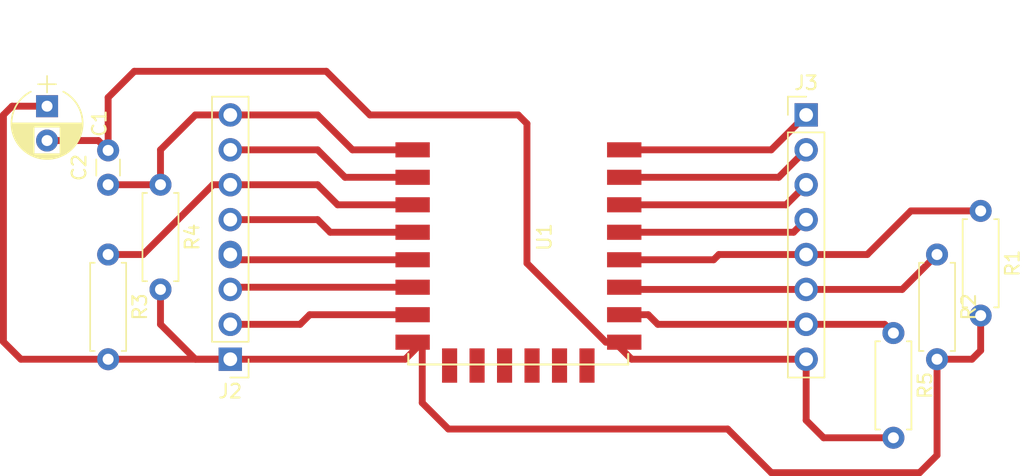
<source format=kicad_pcb>
(kicad_pcb (version 20170123) (host pcbnew no-vcs-found-91ed3e2~59~ubuntu16.04.1)

  (general
    (thickness 1.6)
    (drawings 0)
    (tracks 86)
    (zones 0)
    (modules 10)
    (nets 23)
  )

  (page A4)
  (layers
    (0 F.Cu signal)
    (31 B.Cu signal)
    (32 B.Adhes user)
    (33 F.Adhes user)
    (34 B.Paste user)
    (35 F.Paste user)
    (36 B.SilkS user)
    (37 F.SilkS user)
    (38 B.Mask user)
    (39 F.Mask user)
    (40 Dwgs.User user)
    (41 Cmts.User user)
    (42 Eco1.User user)
    (43 Eco2.User user)
    (44 Edge.Cuts user)
    (45 Margin user)
    (46 B.CrtYd user)
    (47 F.CrtYd user)
    (48 B.Fab user)
    (49 F.Fab user)
  )

  (setup
    (last_trace_width 0.5)
    (trace_clearance 0)
    (zone_clearance 0.508)
    (zone_45_only no)
    (trace_min 0.2)
    (segment_width 0.2)
    (edge_width 0.15)
    (via_size 0.8)
    (via_drill 0.4)
    (via_min_size 0.4)
    (via_min_drill 0.3)
    (uvia_size 0.3)
    (uvia_drill 0.1)
    (uvias_allowed no)
    (uvia_min_size 0.2)
    (uvia_min_drill 0.1)
    (pcb_text_width 0.3)
    (pcb_text_size 1.5 1.5)
    (mod_edge_width 0.15)
    (mod_text_size 1 1)
    (mod_text_width 0.15)
    (pad_size 1.7 2)
    (pad_drill 1)
    (pad_to_mask_clearance 0.2)
    (aux_axis_origin 0 0)
    (visible_elements FFFFF77F)
    (pcbplotparams
      (layerselection 0x00030_ffffffff)
      (usegerberextensions false)
      (excludeedgelayer true)
      (linewidth 0.100000)
      (plotframeref false)
      (viasonmask false)
      (mode 1)
      (useauxorigin false)
      (hpglpennumber 1)
      (hpglpenspeed 20)
      (hpglpendiameter 15)
      (psnegative false)
      (psa4output false)
      (plotreference true)
      (plotvalue true)
      (plotinvisibletext false)
      (padsonsilk false)
      (subtractmaskfromsilk false)
      (outputformat 1)
      (mirror false)
      (drillshape 0)
      (scaleselection 1)
      (outputdirectory ""))
  )

  (net 0 "")
  (net 1 GND)
  (net 2 /nRST)
  (net 3 /RXD0)
  (net 4 /TXD0)
  (net 5 /EN)
  (net 6 /ADC)
  (net 7 /GPIO16)
  (net 8 /GPIO14)
  (net 9 /GPIO12)
  (net 10 /GPIO13)
  (net 11 +3V3)
  (net 12 /GPIO5)
  (net 13 /GPIO4)
  (net 14 /GPIO0)
  (net 15 /GPIO2)
  (net 16 /GPIO15)
  (net 17 "Net-(U1-Pad17)")
  (net 18 "Net-(U1-Pad18)")
  (net 19 "Net-(U1-Pad19)")
  (net 20 "Net-(U1-Pad20)")
  (net 21 "Net-(U1-Pad21)")
  (net 22 "Net-(U1-Pad22)")

  (net_class Default "This is the default net class."
    (clearance 0)
    (trace_width 0.5)
    (via_dia 0.8)
    (via_drill 0.4)
    (uvia_dia 0.3)
    (uvia_drill 0.1)
    (add_net +3V3)
    (add_net /ADC)
    (add_net /EN)
    (add_net /GPIO0)
    (add_net /GPIO12)
    (add_net /GPIO13)
    (add_net /GPIO14)
    (add_net /GPIO15)
    (add_net /GPIO16)
    (add_net /GPIO2)
    (add_net /GPIO4)
    (add_net /GPIO5)
    (add_net /RXD0)
    (add_net /TXD0)
    (add_net /nRST)
    (add_net GND)
    (add_net "Net-(U1-Pad17)")
    (add_net "Net-(U1-Pad18)")
    (add_net "Net-(U1-Pad19)")
    (add_net "Net-(U1-Pad20)")
    (add_net "Net-(U1-Pad21)")
    (add_net "Net-(U1-Pad22)")
  )

  (module Capacitors_THT:CP_Radial_D5.0mm_P2.50mm (layer F.Cu) (tedit 599C3575) (tstamp 59AD8CD1)
    (at 74.295 67.945 270)
    (descr "CP, Radial series, Radial, pin pitch=2.50mm, , diameter=5mm, Electrolytic Capacitor")
    (tags "CP Radial series Radial pin pitch 2.50mm  diameter 5mm Electrolytic Capacitor")
    (path /599C2AB7)
    (fp_text reference C1 (at 1.25 -3.81 270) (layer F.SilkS)
      (effects (font (size 1 1) (thickness 0.15)))
    )
    (fp_text value 100mF (at -5.08 0 270) (layer F.Fab)
      (effects (font (size 1 1) (thickness 0.15)))
    )
    (fp_text user %R (at 1.25 0 270) (layer F.Fab)
      (effects (font (size 1 1) (thickness 0.15)))
    )
    (fp_line (start 4.1 -2.85) (end -1.6 -2.85) (layer F.CrtYd) (width 0.05))
    (fp_line (start 4.1 2.85) (end 4.1 -2.85) (layer F.CrtYd) (width 0.05))
    (fp_line (start -1.6 2.85) (end 4.1 2.85) (layer F.CrtYd) (width 0.05))
    (fp_line (start -1.6 -2.85) (end -1.6 2.85) (layer F.CrtYd) (width 0.05))
    (fp_line (start -1.6 -0.65) (end -1.6 0.65) (layer F.SilkS) (width 0.12))
    (fp_line (start -2.2 0) (end -1 0) (layer F.SilkS) (width 0.12))
    (fp_line (start 3.811 -0.354) (end 3.811 0.354) (layer F.SilkS) (width 0.12))
    (fp_line (start 3.771 -0.559) (end 3.771 0.559) (layer F.SilkS) (width 0.12))
    (fp_line (start 3.731 -0.707) (end 3.731 0.707) (layer F.SilkS) (width 0.12))
    (fp_line (start 3.691 -0.829) (end 3.691 0.829) (layer F.SilkS) (width 0.12))
    (fp_line (start 3.651 -0.934) (end 3.651 0.934) (layer F.SilkS) (width 0.12))
    (fp_line (start 3.611 -1.028) (end 3.611 1.028) (layer F.SilkS) (width 0.12))
    (fp_line (start 3.571 -1.112) (end 3.571 1.112) (layer F.SilkS) (width 0.12))
    (fp_line (start 3.531 -1.189) (end 3.531 1.189) (layer F.SilkS) (width 0.12))
    (fp_line (start 3.491 -1.261) (end 3.491 1.261) (layer F.SilkS) (width 0.12))
    (fp_line (start 3.451 0.98) (end 3.451 1.327) (layer F.SilkS) (width 0.12))
    (fp_line (start 3.451 -1.327) (end 3.451 -0.98) (layer F.SilkS) (width 0.12))
    (fp_line (start 3.411 0.98) (end 3.411 1.39) (layer F.SilkS) (width 0.12))
    (fp_line (start 3.411 -1.39) (end 3.411 -0.98) (layer F.SilkS) (width 0.12))
    (fp_line (start 3.371 0.98) (end 3.371 1.448) (layer F.SilkS) (width 0.12))
    (fp_line (start 3.371 -1.448) (end 3.371 -0.98) (layer F.SilkS) (width 0.12))
    (fp_line (start 3.331 0.98) (end 3.331 1.504) (layer F.SilkS) (width 0.12))
    (fp_line (start 3.331 -1.504) (end 3.331 -0.98) (layer F.SilkS) (width 0.12))
    (fp_line (start 3.291 0.98) (end 3.291 1.556) (layer F.SilkS) (width 0.12))
    (fp_line (start 3.291 -1.556) (end 3.291 -0.98) (layer F.SilkS) (width 0.12))
    (fp_line (start 3.251 0.98) (end 3.251 1.606) (layer F.SilkS) (width 0.12))
    (fp_line (start 3.251 -1.606) (end 3.251 -0.98) (layer F.SilkS) (width 0.12))
    (fp_line (start 3.211 0.98) (end 3.211 1.654) (layer F.SilkS) (width 0.12))
    (fp_line (start 3.211 -1.654) (end 3.211 -0.98) (layer F.SilkS) (width 0.12))
    (fp_line (start 3.171 0.98) (end 3.171 1.699) (layer F.SilkS) (width 0.12))
    (fp_line (start 3.171 -1.699) (end 3.171 -0.98) (layer F.SilkS) (width 0.12))
    (fp_line (start 3.131 0.98) (end 3.131 1.742) (layer F.SilkS) (width 0.12))
    (fp_line (start 3.131 -1.742) (end 3.131 -0.98) (layer F.SilkS) (width 0.12))
    (fp_line (start 3.091 0.98) (end 3.091 1.783) (layer F.SilkS) (width 0.12))
    (fp_line (start 3.091 -1.783) (end 3.091 -0.98) (layer F.SilkS) (width 0.12))
    (fp_line (start 3.051 0.98) (end 3.051 1.823) (layer F.SilkS) (width 0.12))
    (fp_line (start 3.051 -1.823) (end 3.051 -0.98) (layer F.SilkS) (width 0.12))
    (fp_line (start 3.011 0.98) (end 3.011 1.861) (layer F.SilkS) (width 0.12))
    (fp_line (start 3.011 -1.861) (end 3.011 -0.98) (layer F.SilkS) (width 0.12))
    (fp_line (start 2.971 0.98) (end 2.971 1.897) (layer F.SilkS) (width 0.12))
    (fp_line (start 2.971 -1.897) (end 2.971 -0.98) (layer F.SilkS) (width 0.12))
    (fp_line (start 2.931 0.98) (end 2.931 1.932) (layer F.SilkS) (width 0.12))
    (fp_line (start 2.931 -1.932) (end 2.931 -0.98) (layer F.SilkS) (width 0.12))
    (fp_line (start 2.891 0.98) (end 2.891 1.965) (layer F.SilkS) (width 0.12))
    (fp_line (start 2.891 -1.965) (end 2.891 -0.98) (layer F.SilkS) (width 0.12))
    (fp_line (start 2.851 0.98) (end 2.851 1.997) (layer F.SilkS) (width 0.12))
    (fp_line (start 2.851 -1.997) (end 2.851 -0.98) (layer F.SilkS) (width 0.12))
    (fp_line (start 2.811 0.98) (end 2.811 2.028) (layer F.SilkS) (width 0.12))
    (fp_line (start 2.811 -2.028) (end 2.811 -0.98) (layer F.SilkS) (width 0.12))
    (fp_line (start 2.771 0.98) (end 2.771 2.058) (layer F.SilkS) (width 0.12))
    (fp_line (start 2.771 -2.058) (end 2.771 -0.98) (layer F.SilkS) (width 0.12))
    (fp_line (start 2.731 0.98) (end 2.731 2.086) (layer F.SilkS) (width 0.12))
    (fp_line (start 2.731 -2.086) (end 2.731 -0.98) (layer F.SilkS) (width 0.12))
    (fp_line (start 2.691 0.98) (end 2.691 2.113) (layer F.SilkS) (width 0.12))
    (fp_line (start 2.691 -2.113) (end 2.691 -0.98) (layer F.SilkS) (width 0.12))
    (fp_line (start 2.651 0.98) (end 2.651 2.14) (layer F.SilkS) (width 0.12))
    (fp_line (start 2.651 -2.14) (end 2.651 -0.98) (layer F.SilkS) (width 0.12))
    (fp_line (start 2.611 0.98) (end 2.611 2.165) (layer F.SilkS) (width 0.12))
    (fp_line (start 2.611 -2.165) (end 2.611 -0.98) (layer F.SilkS) (width 0.12))
    (fp_line (start 2.571 0.98) (end 2.571 2.189) (layer F.SilkS) (width 0.12))
    (fp_line (start 2.571 -2.189) (end 2.571 -0.98) (layer F.SilkS) (width 0.12))
    (fp_line (start 2.531 0.98) (end 2.531 2.212) (layer F.SilkS) (width 0.12))
    (fp_line (start 2.531 -2.212) (end 2.531 -0.98) (layer F.SilkS) (width 0.12))
    (fp_line (start 2.491 0.98) (end 2.491 2.234) (layer F.SilkS) (width 0.12))
    (fp_line (start 2.491 -2.234) (end 2.491 -0.98) (layer F.SilkS) (width 0.12))
    (fp_line (start 2.451 0.98) (end 2.451 2.256) (layer F.SilkS) (width 0.12))
    (fp_line (start 2.451 -2.256) (end 2.451 -0.98) (layer F.SilkS) (width 0.12))
    (fp_line (start 2.411 0.98) (end 2.411 2.276) (layer F.SilkS) (width 0.12))
    (fp_line (start 2.411 -2.276) (end 2.411 -0.98) (layer F.SilkS) (width 0.12))
    (fp_line (start 2.371 0.98) (end 2.371 2.296) (layer F.SilkS) (width 0.12))
    (fp_line (start 2.371 -2.296) (end 2.371 -0.98) (layer F.SilkS) (width 0.12))
    (fp_line (start 2.331 0.98) (end 2.331 2.315) (layer F.SilkS) (width 0.12))
    (fp_line (start 2.331 -2.315) (end 2.331 -0.98) (layer F.SilkS) (width 0.12))
    (fp_line (start 2.291 0.98) (end 2.291 2.333) (layer F.SilkS) (width 0.12))
    (fp_line (start 2.291 -2.333) (end 2.291 -0.98) (layer F.SilkS) (width 0.12))
    (fp_line (start 2.251 0.98) (end 2.251 2.35) (layer F.SilkS) (width 0.12))
    (fp_line (start 2.251 -2.35) (end 2.251 -0.98) (layer F.SilkS) (width 0.12))
    (fp_line (start 2.211 0.98) (end 2.211 2.366) (layer F.SilkS) (width 0.12))
    (fp_line (start 2.211 -2.366) (end 2.211 -0.98) (layer F.SilkS) (width 0.12))
    (fp_line (start 2.171 0.98) (end 2.171 2.382) (layer F.SilkS) (width 0.12))
    (fp_line (start 2.171 -2.382) (end 2.171 -0.98) (layer F.SilkS) (width 0.12))
    (fp_line (start 2.131 0.98) (end 2.131 2.396) (layer F.SilkS) (width 0.12))
    (fp_line (start 2.131 -2.396) (end 2.131 -0.98) (layer F.SilkS) (width 0.12))
    (fp_line (start 2.091 0.98) (end 2.091 2.41) (layer F.SilkS) (width 0.12))
    (fp_line (start 2.091 -2.41) (end 2.091 -0.98) (layer F.SilkS) (width 0.12))
    (fp_line (start 2.051 0.98) (end 2.051 2.424) (layer F.SilkS) (width 0.12))
    (fp_line (start 2.051 -2.424) (end 2.051 -0.98) (layer F.SilkS) (width 0.12))
    (fp_line (start 2.011 0.98) (end 2.011 2.436) (layer F.SilkS) (width 0.12))
    (fp_line (start 2.011 -2.436) (end 2.011 -0.98) (layer F.SilkS) (width 0.12))
    (fp_line (start 1.971 0.98) (end 1.971 2.448) (layer F.SilkS) (width 0.12))
    (fp_line (start 1.971 -2.448) (end 1.971 -0.98) (layer F.SilkS) (width 0.12))
    (fp_line (start 1.93 0.98) (end 1.93 2.46) (layer F.SilkS) (width 0.12))
    (fp_line (start 1.93 -2.46) (end 1.93 -0.98) (layer F.SilkS) (width 0.12))
    (fp_line (start 1.89 0.98) (end 1.89 2.47) (layer F.SilkS) (width 0.12))
    (fp_line (start 1.89 -2.47) (end 1.89 -0.98) (layer F.SilkS) (width 0.12))
    (fp_line (start 1.85 0.98) (end 1.85 2.48) (layer F.SilkS) (width 0.12))
    (fp_line (start 1.85 -2.48) (end 1.85 -0.98) (layer F.SilkS) (width 0.12))
    (fp_line (start 1.81 0.98) (end 1.81 2.489) (layer F.SilkS) (width 0.12))
    (fp_line (start 1.81 -2.489) (end 1.81 -0.98) (layer F.SilkS) (width 0.12))
    (fp_line (start 1.77 0.98) (end 1.77 2.498) (layer F.SilkS) (width 0.12))
    (fp_line (start 1.77 -2.498) (end 1.77 -0.98) (layer F.SilkS) (width 0.12))
    (fp_line (start 1.73 0.98) (end 1.73 2.506) (layer F.SilkS) (width 0.12))
    (fp_line (start 1.73 -2.506) (end 1.73 -0.98) (layer F.SilkS) (width 0.12))
    (fp_line (start 1.69 0.98) (end 1.69 2.513) (layer F.SilkS) (width 0.12))
    (fp_line (start 1.69 -2.513) (end 1.69 -0.98) (layer F.SilkS) (width 0.12))
    (fp_line (start 1.65 0.98) (end 1.65 2.519) (layer F.SilkS) (width 0.12))
    (fp_line (start 1.65 -2.519) (end 1.65 -0.98) (layer F.SilkS) (width 0.12))
    (fp_line (start 1.61 0.98) (end 1.61 2.525) (layer F.SilkS) (width 0.12))
    (fp_line (start 1.61 -2.525) (end 1.61 -0.98) (layer F.SilkS) (width 0.12))
    (fp_line (start 1.57 0.98) (end 1.57 2.531) (layer F.SilkS) (width 0.12))
    (fp_line (start 1.57 -2.531) (end 1.57 -0.98) (layer F.SilkS) (width 0.12))
    (fp_line (start 1.53 0.98) (end 1.53 2.535) (layer F.SilkS) (width 0.12))
    (fp_line (start 1.53 -2.535) (end 1.53 -0.98) (layer F.SilkS) (width 0.12))
    (fp_line (start 1.49 -2.539) (end 1.49 2.539) (layer F.SilkS) (width 0.12))
    (fp_line (start 1.45 -2.543) (end 1.45 2.543) (layer F.SilkS) (width 0.12))
    (fp_line (start 1.41 -2.546) (end 1.41 2.546) (layer F.SilkS) (width 0.12))
    (fp_line (start 1.37 -2.548) (end 1.37 2.548) (layer F.SilkS) (width 0.12))
    (fp_line (start 1.33 -2.549) (end 1.33 2.549) (layer F.SilkS) (width 0.12))
    (fp_line (start 1.29 -2.55) (end 1.29 2.55) (layer F.SilkS) (width 0.12))
    (fp_line (start 1.25 -2.55) (end 1.25 2.55) (layer F.SilkS) (width 0.12))
    (fp_line (start -1.6 -0.65) (end -1.6 0.65) (layer F.Fab) (width 0.1))
    (fp_line (start -2.2 0) (end -1 0) (layer F.Fab) (width 0.1))
    (fp_circle (center 1.25 0) (end 3.75 0) (layer F.Fab) (width 0.1))
    (fp_arc (start 1.25 0) (end 3.55558 -1.18) (angle 54.2) (layer F.SilkS) (width 0.12))
    (fp_arc (start 1.25 0) (end -1.05558 1.18) (angle -125.8) (layer F.SilkS) (width 0.12))
    (fp_arc (start 1.25 0) (end -1.05558 -1.18) (angle 125.8) (layer F.SilkS) (width 0.12))
    (pad 2 thru_hole circle (at 2.5 0 270) (size 1.6 1.6) (drill 0.8) (layers *.Cu *.Mask)
      (net 1 GND))
    (pad 1 thru_hole rect (at 0 0 270) (size 1.6 1.6) (drill 0.8) (layers *.Cu *.Mask)
      (net 11 +3V3))
    (model ${KISYS3DMOD}/Capacitors_THT.3dshapes/CP_Radial_D5.0mm_P2.50mm.wrl
      (at (xyz 0 0 0))
      (scale (xyz 1 1 1))
      (rotate (xyz 0 0 0))
    )
  )

  (module Capacitors_THT:C_Disc_D3.0mm_W1.6mm_P2.50mm (layer F.Cu) (tedit 597BC7C2) (tstamp 59AD8CE2)
    (at 78.74 73.66 90)
    (descr "C, Disc series, Radial, pin pitch=2.50mm, , diameter*width=3.0*1.6mm^2, Capacitor, http://www.vishay.com/docs/45233/krseries.pdf")
    (tags "C Disc series Radial pin pitch 2.50mm  diameter 3.0mm width 1.6mm Capacitor")
    (path /599C326D)
    (fp_text reference C2 (at 1.25 -2.11 90) (layer F.SilkS)
      (effects (font (size 1 1) (thickness 0.15)))
    )
    (fp_text value 100nf (at 1.25 2.11 90) (layer F.Fab)
      (effects (font (size 1 1) (thickness 0.15)))
    )
    (fp_text user %R (at 1.25 0 90) (layer F.Fab)
      (effects (font (size 1 1) (thickness 0.15)))
    )
    (fp_line (start 3.55 -1.15) (end -1.05 -1.15) (layer F.CrtYd) (width 0.05))
    (fp_line (start 3.55 1.15) (end 3.55 -1.15) (layer F.CrtYd) (width 0.05))
    (fp_line (start -1.05 1.15) (end 3.55 1.15) (layer F.CrtYd) (width 0.05))
    (fp_line (start -1.05 -1.15) (end -1.05 1.15) (layer F.CrtYd) (width 0.05))
    (fp_line (start 0.663 0.861) (end 1.837 0.861) (layer F.SilkS) (width 0.12))
    (fp_line (start 0.663 -0.861) (end 1.837 -0.861) (layer F.SilkS) (width 0.12))
    (fp_line (start 2.75 -0.8) (end -0.25 -0.8) (layer F.Fab) (width 0.1))
    (fp_line (start 2.75 0.8) (end 2.75 -0.8) (layer F.Fab) (width 0.1))
    (fp_line (start -0.25 0.8) (end 2.75 0.8) (layer F.Fab) (width 0.1))
    (fp_line (start -0.25 -0.8) (end -0.25 0.8) (layer F.Fab) (width 0.1))
    (pad 2 thru_hole circle (at 2.5 0 90) (size 1.6 1.6) (drill 0.8) (layers *.Cu *.Mask)
      (net 1 GND))
    (pad 1 thru_hole circle (at 0 0 90) (size 1.6 1.6) (drill 0.8) (layers *.Cu *.Mask)
      (net 2 /nRST))
    (model ${KISYS3DMOD}/Capacitors_THT.3dshapes/C_Disc_D3.0mm_W1.6mm_P2.50mm.wrl
      (at (xyz 0 0 0))
      (scale (xyz 1 1 1))
      (rotate (xyz 0 0 0))
    )
  )

  (module Pin_Headers:Pin_Header_Straight_1x08_Pitch2.54mm (layer F.Cu) (tedit 599EB47D) (tstamp 59AD8D3E)
    (at 87.63 86.36 180)
    (descr "Through hole straight pin header, 1x08, 2.54mm pitch, single row")
    (tags "Through hole pin header THT 1x08 2.54mm single row")
    (path /599C2841)
    (fp_text reference J2 (at 0 -2.33 180) (layer F.SilkS)
      (effects (font (size 1 1) (thickness 0.15)))
    )
    (fp_text value CONN_01X08 (at 0 20.11 180) (layer F.Fab)
      (effects (font (size 1 1) (thickness 0.15)))
    )
    (fp_text user %R (at 0 8.89 270) (layer F.Fab)
      (effects (font (size 1 1) (thickness 0.15)))
    )
    (fp_line (start 1.8 -1.8) (end -1.8 -1.8) (layer F.CrtYd) (width 0.05))
    (fp_line (start 1.8 19.55) (end 1.8 -1.8) (layer F.CrtYd) (width 0.05))
    (fp_line (start -1.8 19.55) (end 1.8 19.55) (layer F.CrtYd) (width 0.05))
    (fp_line (start -1.8 -1.8) (end -1.8 19.55) (layer F.CrtYd) (width 0.05))
    (fp_line (start -1.33 -1.33) (end 0 -1.33) (layer F.SilkS) (width 0.12))
    (fp_line (start -1.33 0) (end -1.33 -1.33) (layer F.SilkS) (width 0.12))
    (fp_line (start -1.33 1.27) (end 1.33 1.27) (layer F.SilkS) (width 0.12))
    (fp_line (start 1.33 1.27) (end 1.33 19.11) (layer F.SilkS) (width 0.12))
    (fp_line (start -1.33 1.27) (end -1.33 19.11) (layer F.SilkS) (width 0.12))
    (fp_line (start -1.33 19.11) (end 1.33 19.11) (layer F.SilkS) (width 0.12))
    (fp_line (start -1.27 -0.635) (end -0.635 -1.27) (layer F.Fab) (width 0.1))
    (fp_line (start -1.27 19.05) (end -1.27 -0.635) (layer F.Fab) (width 0.1))
    (fp_line (start 1.27 19.05) (end -1.27 19.05) (layer F.Fab) (width 0.1))
    (fp_line (start 1.27 -1.27) (end 1.27 19.05) (layer F.Fab) (width 0.1))
    (fp_line (start -0.635 -1.27) (end 1.27 -1.27) (layer F.Fab) (width 0.1))
    (pad 8 thru_hole oval (at 0 17.78 180) (size 1.7 1.7) (drill 1) (layers *.Cu *.Mask)
      (net 2 /nRST))
    (pad 7 thru_hole oval (at 0 15.24 180) (size 1.7 1.7) (drill 1) (layers *.Cu *.Mask)
      (net 6 /ADC))
    (pad 6 thru_hole oval (at 0 12.7 180) (size 1.7 1.7) (drill 1) (layers *.Cu *.Mask)
      (net 5 /EN))
    (pad 5 thru_hole oval (at 0 10.16 180) (size 1.7 1.7) (drill 1) (layers *.Cu *.Mask)
      (net 7 /GPIO16))
    (pad 4 thru_hole oval (at 0 7.62 180) (size 1.7 2) (drill 1) (layers *.Cu *.Mask)
      (net 8 /GPIO14))
    (pad 3 thru_hole oval (at 0 5.08 180) (size 1.7 1.7) (drill 1) (layers *.Cu *.Mask)
      (net 9 /GPIO12))
    (pad 2 thru_hole oval (at 0 2.54 180) (size 1.7 1.7) (drill 1) (layers *.Cu *.Mask)
      (net 10 /GPIO13))
    (pad 1 thru_hole rect (at 0 0 180) (size 1.7 1.7) (drill 1) (layers *.Cu *.Mask)
      (net 11 +3V3))
    (model ${KISYS3DMOD}/Pin_Headers.3dshapes/Pin_Header_Straight_1x08_Pitch2.54mm.wrl
      (at (xyz 0 0 0))
      (scale (xyz 1 1 1))
      (rotate (xyz 0 0 0))
    )
  )

  (module Pin_Headers:Pin_Header_Straight_1x08_Pitch2.54mm (layer F.Cu) (tedit 59650532) (tstamp 59AD8D5A)
    (at 129.54 68.58)
    (descr "Through hole straight pin header, 1x08, 2.54mm pitch, single row")
    (tags "Through hole pin header THT 1x08 2.54mm single row")
    (path /599C28E7)
    (fp_text reference J3 (at 0 -2.33) (layer F.SilkS)
      (effects (font (size 1 1) (thickness 0.15)))
    )
    (fp_text value CONN_01X08 (at 0 20.11) (layer F.Fab)
      (effects (font (size 1 1) (thickness 0.15)))
    )
    (fp_line (start -0.635 -1.27) (end 1.27 -1.27) (layer F.Fab) (width 0.1))
    (fp_line (start 1.27 -1.27) (end 1.27 19.05) (layer F.Fab) (width 0.1))
    (fp_line (start 1.27 19.05) (end -1.27 19.05) (layer F.Fab) (width 0.1))
    (fp_line (start -1.27 19.05) (end -1.27 -0.635) (layer F.Fab) (width 0.1))
    (fp_line (start -1.27 -0.635) (end -0.635 -1.27) (layer F.Fab) (width 0.1))
    (fp_line (start -1.33 19.11) (end 1.33 19.11) (layer F.SilkS) (width 0.12))
    (fp_line (start -1.33 1.27) (end -1.33 19.11) (layer F.SilkS) (width 0.12))
    (fp_line (start 1.33 1.27) (end 1.33 19.11) (layer F.SilkS) (width 0.12))
    (fp_line (start -1.33 1.27) (end 1.33 1.27) (layer F.SilkS) (width 0.12))
    (fp_line (start -1.33 0) (end -1.33 -1.33) (layer F.SilkS) (width 0.12))
    (fp_line (start -1.33 -1.33) (end 0 -1.33) (layer F.SilkS) (width 0.12))
    (fp_line (start -1.8 -1.8) (end -1.8 19.55) (layer F.CrtYd) (width 0.05))
    (fp_line (start -1.8 19.55) (end 1.8 19.55) (layer F.CrtYd) (width 0.05))
    (fp_line (start 1.8 19.55) (end 1.8 -1.8) (layer F.CrtYd) (width 0.05))
    (fp_line (start 1.8 -1.8) (end -1.8 -1.8) (layer F.CrtYd) (width 0.05))
    (fp_text user %R (at 0 8.89 90) (layer F.Fab)
      (effects (font (size 1 1) (thickness 0.15)))
    )
    (pad 1 thru_hole rect (at 0 0) (size 1.7 1.7) (drill 1) (layers *.Cu *.Mask)
      (net 4 /TXD0))
    (pad 2 thru_hole oval (at 0 2.54) (size 1.7 1.7) (drill 1) (layers *.Cu *.Mask)
      (net 3 /RXD0))
    (pad 3 thru_hole oval (at 0 5.08) (size 1.7 1.7) (drill 1) (layers *.Cu *.Mask)
      (net 12 /GPIO5))
    (pad 4 thru_hole oval (at 0 7.62) (size 1.7 1.7) (drill 1) (layers *.Cu *.Mask)
      (net 13 /GPIO4))
    (pad 5 thru_hole oval (at 0 10.16) (size 1.7 1.7) (drill 1) (layers *.Cu *.Mask)
      (net 14 /GPIO0))
    (pad 6 thru_hole oval (at 0 12.7) (size 1.7 1.7) (drill 1) (layers *.Cu *.Mask)
      (net 15 /GPIO2))
    (pad 7 thru_hole oval (at 0 15.24) (size 1.7 1.7) (drill 1) (layers *.Cu *.Mask)
      (net 16 /GPIO15))
    (pad 8 thru_hole oval (at 0 17.78) (size 1.7 1.7) (drill 1) (layers *.Cu *.Mask)
      (net 1 GND))
    (model ${KISYS3DMOD}/Pin_Headers.3dshapes/Pin_Header_Straight_1x08_Pitch2.54mm.wrl
      (at (xyz 0 0 0))
      (scale (xyz 1 1 1))
      (rotate (xyz 0 0 0))
    )
  )

  (module Resistors_THT:R_Axial_DIN0207_L6.3mm_D2.5mm_P7.62mm_Horizontal (layer F.Cu) (tedit 5874F706) (tstamp 59AD8D94)
    (at 142.24 75.565 270)
    (descr "Resistor, Axial_DIN0207 series, Axial, Horizontal, pin pitch=7.62mm, 0.25W = 1/4W, length*diameter=6.3*2.5mm^2, http://cdn-reichelt.de/documents/datenblatt/B400/1_4W%23YAG.pdf")
    (tags "Resistor Axial_DIN0207 series Axial Horizontal pin pitch 7.62mm 0.25W = 1/4W length 6.3mm diameter 2.5mm")
    (path /599C2C1B)
    (fp_text reference R1 (at 3.81 -2.31 270) (layer F.SilkS)
      (effects (font (size 1 1) (thickness 0.15)))
    )
    (fp_text value 12k (at 3.81 2.31 270) (layer F.Fab)
      (effects (font (size 1 1) (thickness 0.15)))
    )
    (fp_line (start 0.66 -1.25) (end 0.66 1.25) (layer F.Fab) (width 0.1))
    (fp_line (start 0.66 1.25) (end 6.96 1.25) (layer F.Fab) (width 0.1))
    (fp_line (start 6.96 1.25) (end 6.96 -1.25) (layer F.Fab) (width 0.1))
    (fp_line (start 6.96 -1.25) (end 0.66 -1.25) (layer F.Fab) (width 0.1))
    (fp_line (start 0 0) (end 0.66 0) (layer F.Fab) (width 0.1))
    (fp_line (start 7.62 0) (end 6.96 0) (layer F.Fab) (width 0.1))
    (fp_line (start 0.6 -0.98) (end 0.6 -1.31) (layer F.SilkS) (width 0.12))
    (fp_line (start 0.6 -1.31) (end 7.02 -1.31) (layer F.SilkS) (width 0.12))
    (fp_line (start 7.02 -1.31) (end 7.02 -0.98) (layer F.SilkS) (width 0.12))
    (fp_line (start 0.6 0.98) (end 0.6 1.31) (layer F.SilkS) (width 0.12))
    (fp_line (start 0.6 1.31) (end 7.02 1.31) (layer F.SilkS) (width 0.12))
    (fp_line (start 7.02 1.31) (end 7.02 0.98) (layer F.SilkS) (width 0.12))
    (fp_line (start -1.05 -1.6) (end -1.05 1.6) (layer F.CrtYd) (width 0.05))
    (fp_line (start -1.05 1.6) (end 8.7 1.6) (layer F.CrtYd) (width 0.05))
    (fp_line (start 8.7 1.6) (end 8.7 -1.6) (layer F.CrtYd) (width 0.05))
    (fp_line (start 8.7 -1.6) (end -1.05 -1.6) (layer F.CrtYd) (width 0.05))
    (pad 1 thru_hole circle (at 0 0 270) (size 1.6 1.6) (drill 0.8) (layers *.Cu *.Mask)
      (net 14 /GPIO0))
    (pad 2 thru_hole oval (at 7.62 0 270) (size 1.6 1.6) (drill 0.8) (layers *.Cu *.Mask)
      (net 11 +3V3))
    (model ${KISYS3DMOD}/Resistors_THT.3dshapes/R_Axial_DIN0207_L6.3mm_D2.5mm_P7.62mm_Horizontal.wrl
      (at (xyz 0 0 0))
      (scale (xyz 0.393701 0.393701 0.393701))
      (rotate (xyz 0 0 0))
    )
  )

  (module Resistors_THT:R_Axial_DIN0207_L6.3mm_D2.5mm_P7.62mm_Horizontal (layer F.Cu) (tedit 5874F706) (tstamp 59AD8DAA)
    (at 139.065 78.74 270)
    (descr "Resistor, Axial_DIN0207 series, Axial, Horizontal, pin pitch=7.62mm, 0.25W = 1/4W, length*diameter=6.3*2.5mm^2, http://cdn-reichelt.de/documents/datenblatt/B400/1_4W%23YAG.pdf")
    (tags "Resistor Axial_DIN0207 series Axial Horizontal pin pitch 7.62mm 0.25W = 1/4W length 6.3mm diameter 2.5mm")
    (path /599C2D4B)
    (fp_text reference R2 (at 3.81 -2.31 270) (layer F.SilkS)
      (effects (font (size 1 1) (thickness 0.15)))
    )
    (fp_text value 12k (at 3.81 2.31 270) (layer F.Fab)
      (effects (font (size 1 1) (thickness 0.15)))
    )
    (fp_line (start 8.7 -1.6) (end -1.05 -1.6) (layer F.CrtYd) (width 0.05))
    (fp_line (start 8.7 1.6) (end 8.7 -1.6) (layer F.CrtYd) (width 0.05))
    (fp_line (start -1.05 1.6) (end 8.7 1.6) (layer F.CrtYd) (width 0.05))
    (fp_line (start -1.05 -1.6) (end -1.05 1.6) (layer F.CrtYd) (width 0.05))
    (fp_line (start 7.02 1.31) (end 7.02 0.98) (layer F.SilkS) (width 0.12))
    (fp_line (start 0.6 1.31) (end 7.02 1.31) (layer F.SilkS) (width 0.12))
    (fp_line (start 0.6 0.98) (end 0.6 1.31) (layer F.SilkS) (width 0.12))
    (fp_line (start 7.02 -1.31) (end 7.02 -0.98) (layer F.SilkS) (width 0.12))
    (fp_line (start 0.6 -1.31) (end 7.02 -1.31) (layer F.SilkS) (width 0.12))
    (fp_line (start 0.6 -0.98) (end 0.6 -1.31) (layer F.SilkS) (width 0.12))
    (fp_line (start 7.62 0) (end 6.96 0) (layer F.Fab) (width 0.1))
    (fp_line (start 0 0) (end 0.66 0) (layer F.Fab) (width 0.1))
    (fp_line (start 6.96 -1.25) (end 0.66 -1.25) (layer F.Fab) (width 0.1))
    (fp_line (start 6.96 1.25) (end 6.96 -1.25) (layer F.Fab) (width 0.1))
    (fp_line (start 0.66 1.25) (end 6.96 1.25) (layer F.Fab) (width 0.1))
    (fp_line (start 0.66 -1.25) (end 0.66 1.25) (layer F.Fab) (width 0.1))
    (pad 2 thru_hole oval (at 7.62 0 270) (size 1.6 1.6) (drill 0.8) (layers *.Cu *.Mask)
      (net 11 +3V3))
    (pad 1 thru_hole circle (at 0 0 270) (size 1.6 1.6) (drill 0.8) (layers *.Cu *.Mask)
      (net 15 /GPIO2))
    (model ${KISYS3DMOD}/Resistors_THT.3dshapes/R_Axial_DIN0207_L6.3mm_D2.5mm_P7.62mm_Horizontal.wrl
      (at (xyz 0 0 0))
      (scale (xyz 0.393701 0.393701 0.393701))
      (rotate (xyz 0 0 0))
    )
  )

  (module Resistors_THT:R_Axial_DIN0207_L6.3mm_D2.5mm_P7.62mm_Horizontal (layer F.Cu) (tedit 5874F706) (tstamp 59AD8DC0)
    (at 78.74 78.74 270)
    (descr "Resistor, Axial_DIN0207 series, Axial, Horizontal, pin pitch=7.62mm, 0.25W = 1/4W, length*diameter=6.3*2.5mm^2, http://cdn-reichelt.de/documents/datenblatt/B400/1_4W%23YAG.pdf")
    (tags "Resistor Axial_DIN0207 series Axial Horizontal pin pitch 7.62mm 0.25W = 1/4W length 6.3mm diameter 2.5mm")
    (path /599C3026)
    (fp_text reference R3 (at 3.81 -2.31 270) (layer F.SilkS)
      (effects (font (size 1 1) (thickness 0.15)))
    )
    (fp_text value 12k (at 3.81 2.31 270) (layer F.Fab)
      (effects (font (size 1 1) (thickness 0.15)))
    )
    (fp_line (start 0.66 -1.25) (end 0.66 1.25) (layer F.Fab) (width 0.1))
    (fp_line (start 0.66 1.25) (end 6.96 1.25) (layer F.Fab) (width 0.1))
    (fp_line (start 6.96 1.25) (end 6.96 -1.25) (layer F.Fab) (width 0.1))
    (fp_line (start 6.96 -1.25) (end 0.66 -1.25) (layer F.Fab) (width 0.1))
    (fp_line (start 0 0) (end 0.66 0) (layer F.Fab) (width 0.1))
    (fp_line (start 7.62 0) (end 6.96 0) (layer F.Fab) (width 0.1))
    (fp_line (start 0.6 -0.98) (end 0.6 -1.31) (layer F.SilkS) (width 0.12))
    (fp_line (start 0.6 -1.31) (end 7.02 -1.31) (layer F.SilkS) (width 0.12))
    (fp_line (start 7.02 -1.31) (end 7.02 -0.98) (layer F.SilkS) (width 0.12))
    (fp_line (start 0.6 0.98) (end 0.6 1.31) (layer F.SilkS) (width 0.12))
    (fp_line (start 0.6 1.31) (end 7.02 1.31) (layer F.SilkS) (width 0.12))
    (fp_line (start 7.02 1.31) (end 7.02 0.98) (layer F.SilkS) (width 0.12))
    (fp_line (start -1.05 -1.6) (end -1.05 1.6) (layer F.CrtYd) (width 0.05))
    (fp_line (start -1.05 1.6) (end 8.7 1.6) (layer F.CrtYd) (width 0.05))
    (fp_line (start 8.7 1.6) (end 8.7 -1.6) (layer F.CrtYd) (width 0.05))
    (fp_line (start 8.7 -1.6) (end -1.05 -1.6) (layer F.CrtYd) (width 0.05))
    (pad 1 thru_hole circle (at 0 0 270) (size 1.6 1.6) (drill 0.8) (layers *.Cu *.Mask)
      (net 5 /EN))
    (pad 2 thru_hole oval (at 7.62 0 270) (size 1.6 1.6) (drill 0.8) (layers *.Cu *.Mask)
      (net 11 +3V3))
    (model ${KISYS3DMOD}/Resistors_THT.3dshapes/R_Axial_DIN0207_L6.3mm_D2.5mm_P7.62mm_Horizontal.wrl
      (at (xyz 0 0 0))
      (scale (xyz 0.393701 0.393701 0.393701))
      (rotate (xyz 0 0 0))
    )
  )

  (module Resistors_THT:R_Axial_DIN0207_L6.3mm_D2.5mm_P7.62mm_Horizontal (layer F.Cu) (tedit 5874F706) (tstamp 59AD8DD6)
    (at 82.55 73.66 270)
    (descr "Resistor, Axial_DIN0207 series, Axial, Horizontal, pin pitch=7.62mm, 0.25W = 1/4W, length*diameter=6.3*2.5mm^2, http://cdn-reichelt.de/documents/datenblatt/B400/1_4W%23YAG.pdf")
    (tags "Resistor Axial_DIN0207 series Axial Horizontal pin pitch 7.62mm 0.25W = 1/4W length 6.3mm diameter 2.5mm")
    (path /599C30C6)
    (fp_text reference R4 (at 3.81 -2.31 270) (layer F.SilkS)
      (effects (font (size 1 1) (thickness 0.15)))
    )
    (fp_text value 12k (at 3.81 2.31 270) (layer F.Fab)
      (effects (font (size 1 1) (thickness 0.15)))
    )
    (fp_line (start 8.7 -1.6) (end -1.05 -1.6) (layer F.CrtYd) (width 0.05))
    (fp_line (start 8.7 1.6) (end 8.7 -1.6) (layer F.CrtYd) (width 0.05))
    (fp_line (start -1.05 1.6) (end 8.7 1.6) (layer F.CrtYd) (width 0.05))
    (fp_line (start -1.05 -1.6) (end -1.05 1.6) (layer F.CrtYd) (width 0.05))
    (fp_line (start 7.02 1.31) (end 7.02 0.98) (layer F.SilkS) (width 0.12))
    (fp_line (start 0.6 1.31) (end 7.02 1.31) (layer F.SilkS) (width 0.12))
    (fp_line (start 0.6 0.98) (end 0.6 1.31) (layer F.SilkS) (width 0.12))
    (fp_line (start 7.02 -1.31) (end 7.02 -0.98) (layer F.SilkS) (width 0.12))
    (fp_line (start 0.6 -1.31) (end 7.02 -1.31) (layer F.SilkS) (width 0.12))
    (fp_line (start 0.6 -0.98) (end 0.6 -1.31) (layer F.SilkS) (width 0.12))
    (fp_line (start 7.62 0) (end 6.96 0) (layer F.Fab) (width 0.1))
    (fp_line (start 0 0) (end 0.66 0) (layer F.Fab) (width 0.1))
    (fp_line (start 6.96 -1.25) (end 0.66 -1.25) (layer F.Fab) (width 0.1))
    (fp_line (start 6.96 1.25) (end 6.96 -1.25) (layer F.Fab) (width 0.1))
    (fp_line (start 0.66 1.25) (end 6.96 1.25) (layer F.Fab) (width 0.1))
    (fp_line (start 0.66 -1.25) (end 0.66 1.25) (layer F.Fab) (width 0.1))
    (pad 2 thru_hole oval (at 7.62 0 270) (size 1.6 1.6) (drill 0.8) (layers *.Cu *.Mask)
      (net 11 +3V3))
    (pad 1 thru_hole circle (at 0 0 270) (size 1.6 1.6) (drill 0.8) (layers *.Cu *.Mask)
      (net 2 /nRST))
    (model ${KISYS3DMOD}/Resistors_THT.3dshapes/R_Axial_DIN0207_L6.3mm_D2.5mm_P7.62mm_Horizontal.wrl
      (at (xyz 0 0 0))
      (scale (xyz 0.393701 0.393701 0.393701))
      (rotate (xyz 0 0 0))
    )
  )

  (module Resistors_THT:R_Axial_DIN0207_L6.3mm_D2.5mm_P7.62mm_Horizontal (layer F.Cu) (tedit 5874F706) (tstamp 59AD8DEC)
    (at 135.89 84.455 270)
    (descr "Resistor, Axial_DIN0207 series, Axial, Horizontal, pin pitch=7.62mm, 0.25W = 1/4W, length*diameter=6.3*2.5mm^2, http://cdn-reichelt.de/documents/datenblatt/B400/1_4W%23YAG.pdf")
    (tags "Resistor Axial_DIN0207 series Axial Horizontal pin pitch 7.62mm 0.25W = 1/4W length 6.3mm diameter 2.5mm")
    (path /599C34E2)
    (fp_text reference R5 (at 3.81 -2.31 270) (layer F.SilkS)
      (effects (font (size 1 1) (thickness 0.15)))
    )
    (fp_text value 12k (at 3.81 2.31 270) (layer F.Fab)
      (effects (font (size 1 1) (thickness 0.15)))
    )
    (fp_line (start 8.7 -1.6) (end -1.05 -1.6) (layer F.CrtYd) (width 0.05))
    (fp_line (start 8.7 1.6) (end 8.7 -1.6) (layer F.CrtYd) (width 0.05))
    (fp_line (start -1.05 1.6) (end 8.7 1.6) (layer F.CrtYd) (width 0.05))
    (fp_line (start -1.05 -1.6) (end -1.05 1.6) (layer F.CrtYd) (width 0.05))
    (fp_line (start 7.02 1.31) (end 7.02 0.98) (layer F.SilkS) (width 0.12))
    (fp_line (start 0.6 1.31) (end 7.02 1.31) (layer F.SilkS) (width 0.12))
    (fp_line (start 0.6 0.98) (end 0.6 1.31) (layer F.SilkS) (width 0.12))
    (fp_line (start 7.02 -1.31) (end 7.02 -0.98) (layer F.SilkS) (width 0.12))
    (fp_line (start 0.6 -1.31) (end 7.02 -1.31) (layer F.SilkS) (width 0.12))
    (fp_line (start 0.6 -0.98) (end 0.6 -1.31) (layer F.SilkS) (width 0.12))
    (fp_line (start 7.62 0) (end 6.96 0) (layer F.Fab) (width 0.1))
    (fp_line (start 0 0) (end 0.66 0) (layer F.Fab) (width 0.1))
    (fp_line (start 6.96 -1.25) (end 0.66 -1.25) (layer F.Fab) (width 0.1))
    (fp_line (start 6.96 1.25) (end 6.96 -1.25) (layer F.Fab) (width 0.1))
    (fp_line (start 0.66 1.25) (end 6.96 1.25) (layer F.Fab) (width 0.1))
    (fp_line (start 0.66 -1.25) (end 0.66 1.25) (layer F.Fab) (width 0.1))
    (pad 2 thru_hole oval (at 7.62 0 270) (size 1.6 1.6) (drill 0.8) (layers *.Cu *.Mask)
      (net 1 GND))
    (pad 1 thru_hole circle (at 0 0 270) (size 1.6 1.6) (drill 0.8) (layers *.Cu *.Mask)
      (net 16 /GPIO15))
    (model ${KISYS3DMOD}/Resistors_THT.3dshapes/R_Axial_DIN0207_L6.3mm_D2.5mm_P7.62mm_Horizontal.wrl
      (at (xyz 0 0 0))
      (scale (xyz 0.393701 0.393701 0.393701))
      (rotate (xyz 0 0 0))
    )
  )

  (module ESP8266:ESP-12E_SMD (layer F.Cu) (tedit 58FB7FFE) (tstamp 59AD8E46)
    (at 101.6 71.12)
    (descr "Module, ESP-8266, ESP-12, 16 pad, SMD")
    (tags "Module ESP-8266 ESP8266")
    (path /599C2472)
    (fp_text reference U1 (at 8.89 6.35 90) (layer F.SilkS)
      (effects (font (size 1 1) (thickness 0.15)))
    )
    (fp_text value ESP-12E (at 5.08 6.35 90) (layer F.Fab) hide
      (effects (font (size 1 1) (thickness 0.15)))
    )
    (fp_line (start -2.25 -0.5) (end -2.25 -8.75) (layer F.CrtYd) (width 0.05))
    (fp_line (start -2.25 -8.75) (end 15.25 -8.75) (layer F.CrtYd) (width 0.05))
    (fp_line (start 15.25 -8.75) (end 16.25 -8.75) (layer F.CrtYd) (width 0.05))
    (fp_line (start 16.25 -8.75) (end 16.25 16) (layer F.CrtYd) (width 0.05))
    (fp_line (start 16.25 16) (end -2.25 16) (layer F.CrtYd) (width 0.05))
    (fp_line (start -2.25 16) (end -2.25 -0.5) (layer F.CrtYd) (width 0.05))
    (fp_line (start -1.016 -8.382) (end 14.986 -8.382) (layer F.CrtYd) (width 0.1524))
    (fp_line (start 14.986 -8.382) (end 14.986 -0.889) (layer F.CrtYd) (width 0.1524))
    (fp_line (start -1.016 -8.382) (end -1.016 -1.016) (layer F.CrtYd) (width 0.1524))
    (fp_line (start -1.016 14.859) (end -1.016 15.621) (layer F.SilkS) (width 0.1524))
    (fp_line (start -1.016 15.621) (end 14.986 15.621) (layer F.SilkS) (width 0.1524))
    (fp_line (start 14.986 15.621) (end 14.986 14.859) (layer F.SilkS) (width 0.1524))
    (fp_line (start 14.992 -8.4) (end -1.008 -2.6) (layer F.CrtYd) (width 0.1524))
    (fp_line (start -1.008 -8.4) (end 14.992 -2.6) (layer F.CrtYd) (width 0.1524))
    (fp_text user "No Copper" (at 6.892 -5.4) (layer F.CrtYd)
      (effects (font (size 1 1) (thickness 0.15)))
    )
    (fp_line (start -1.008 -2.6) (end 14.992 -2.6) (layer F.CrtYd) (width 0.1524))
    (fp_line (start 15 -8.4) (end 15 15.6) (layer F.Fab) (width 0.05))
    (fp_line (start 14.992 15.6) (end -1.008 15.6) (layer F.Fab) (width 0.05))
    (fp_line (start -1.008 15.6) (end -1.008 -8.4) (layer F.Fab) (width 0.05))
    (fp_line (start -1.008 -8.4) (end 14.992 -8.4) (layer F.Fab) (width 0.05))
    (pad 1 smd rect (at 0 0) (size 2.5 1.1) (drill (offset -0.7 0)) (layers F.Cu F.Paste F.Mask)
      (net 2 /nRST))
    (pad 2 smd rect (at 0 2) (size 2.5 1.1) (drill (offset -0.7 0)) (layers F.Cu F.Paste F.Mask)
      (net 6 /ADC))
    (pad 3 smd rect (at 0 4) (size 2.5 1.1) (drill (offset -0.7 0)) (layers F.Cu F.Paste F.Mask)
      (net 5 /EN))
    (pad 4 smd rect (at 0 6) (size 2.5 1.1) (drill (offset -0.7 0)) (layers F.Cu F.Paste F.Mask)
      (net 7 /GPIO16))
    (pad 5 smd rect (at 0 8) (size 2.5 1.1) (drill (offset -0.7 0)) (layers F.Cu F.Paste F.Mask)
      (net 8 /GPIO14))
    (pad 6 smd rect (at 0 10) (size 2.5 1.1) (drill (offset -0.7 0)) (layers F.Cu F.Paste F.Mask)
      (net 9 /GPIO12))
    (pad 7 smd rect (at 0 12) (size 2.5 1.1) (drill (offset -0.7 0)) (layers F.Cu F.Paste F.Mask)
      (net 10 /GPIO13))
    (pad 8 smd rect (at 0 14) (size 2.5 1.1) (drill (offset -0.7 0)) (layers F.Cu F.Paste F.Mask)
      (net 11 +3V3))
    (pad 9 smd rect (at 14 14) (size 2.5 1.1) (drill (offset 0.7 0)) (layers F.Cu F.Paste F.Mask)
      (net 1 GND))
    (pad 10 smd rect (at 14 12) (size 2.5 1.1) (drill (offset 0.7 0)) (layers F.Cu F.Paste F.Mask)
      (net 16 /GPIO15))
    (pad 11 smd rect (at 14 10) (size 2.5 1.1) (drill (offset 0.7 0)) (layers F.Cu F.Paste F.Mask)
      (net 15 /GPIO2))
    (pad 12 smd rect (at 14 8) (size 2.5 1.1) (drill (offset 0.7 0)) (layers F.Cu F.Paste F.Mask)
      (net 14 /GPIO0))
    (pad 13 smd rect (at 14 6) (size 2.5 1.1) (drill (offset 0.7 0)) (layers F.Cu F.Paste F.Mask)
      (net 13 /GPIO4))
    (pad 14 smd rect (at 14 4) (size 2.5 1.1) (drill (offset 0.7 0)) (layers F.Cu F.Paste F.Mask)
      (net 12 /GPIO5))
    (pad 15 smd rect (at 14 2) (size 2.5 1.1) (drill (offset 0.7 0)) (layers F.Cu F.Paste F.Mask)
      (net 3 /RXD0))
    (pad 16 smd rect (at 14 0) (size 2.5 1.1) (drill (offset 0.7 0)) (layers F.Cu F.Paste F.Mask)
      (net 4 /TXD0))
    (pad 17 smd rect (at 1.99 15 90) (size 2.5 1.1) (drill (offset -0.7 0)) (layers F.Cu F.Paste F.Mask)
      (net 17 "Net-(U1-Pad17)"))
    (pad 18 smd rect (at 3.99 15 90) (size 2.5 1.1) (drill (offset -0.7 0)) (layers F.Cu F.Paste F.Mask)
      (net 18 "Net-(U1-Pad18)"))
    (pad 19 smd rect (at 5.99 15 90) (size 2.5 1.1) (drill (offset -0.7 0)) (layers F.Cu F.Paste F.Mask)
      (net 19 "Net-(U1-Pad19)"))
    (pad 20 smd rect (at 7.99 15 90) (size 2.5 1.1) (drill (offset -0.7 0)) (layers F.Cu F.Paste F.Mask)
      (net 20 "Net-(U1-Pad20)"))
    (pad 21 smd rect (at 9.99 15 90) (size 2.5 1.1) (drill (offset -0.7 0)) (layers F.Cu F.Paste F.Mask)
      (net 21 "Net-(U1-Pad21)"))
    (pad 22 smd rect (at 11.99 15 90) (size 2.5 1.1) (drill (offset -0.7 0)) (layers F.Cu F.Paste F.Mask)
      (net 22 "Net-(U1-Pad22)"))
    (model ${ESPLIB}/ESP8266.3dshapes/ESP-12.wrl
      (at (xyz 0 0 0))
      (scale (xyz 0.3937 0.3937 0.3937))
      (rotate (xyz 0 0 0))
    )
  )

  (segment (start 115.6 85.12) (end 114.965 85.12) (width 0.5) (layer F.Cu) (net 1) (status 400000))
  (segment (start 78.74 67.31) (end 78.74 71.16) (width 0.5) (layer F.Cu) (net 1) (tstamp 59A827FB) (status 800000))
  (segment (start 80.645 65.405) (end 78.74 67.31) (width 0.5) (layer F.Cu) (net 1) (tstamp 59A827FA))
  (segment (start 94.615 65.405) (end 80.645 65.405) (width 0.5) (layer F.Cu) (net 1) (tstamp 59A827F8))
  (segment (start 97.79 68.58) (end 94.615 65.405) (width 0.5) (layer F.Cu) (net 1) (tstamp 59A827F6))
  (segment (start 108.585 68.58) (end 97.79 68.58) (width 0.5) (layer F.Cu) (net 1) (tstamp 59A827F5))
  (segment (start 109.22 69.215) (end 108.585 68.58) (width 0.5) (layer F.Cu) (net 1) (tstamp 59A827F4))
  (segment (start 109.22 79.375) (end 109.22 69.215) (width 0.5) (layer F.Cu) (net 1) (tstamp 59A827F2))
  (segment (start 114.965 85.12) (end 109.22 79.375) (width 0.5) (layer F.Cu) (net 1) (tstamp 59A827F1))
  (segment (start 74.295 70.445) (end 78.025 70.445) (width 0.5) (layer F.Cu) (net 1) (status 400000))
  (segment (start 78.025 70.445) (end 78.74 71.16) (width 0.5) (layer F.Cu) (net 1) (tstamp 599F7B39) (status 800000))
  (segment (start 135.89 92.075) (end 130.81 92.075) (width 0.5) (layer F.Cu) (net 1) (status 400000))
  (segment (start 129.54 90.805) (end 129.54 86.36) (width 0.5) (layer F.Cu) (net 1) (tstamp 599F05F9) (status 800000))
  (segment (start 130.81 92.075) (end 129.54 90.805) (width 0.5) (layer F.Cu) (net 1) (tstamp 599F05F8))
  (segment (start 129.54 86.36) (end 116.84 86.36) (width 0.5) (layer F.Cu) (net 1) (status 400000))
  (segment (start 116.84 86.36) (end 115.6 85.12) (width 0.5) (layer F.Cu) (net 1) (tstamp 599EFC47) (status 800000))
  (segment (start 78.74 73.66) (end 82.55 73.66) (width 0.5) (layer F.Cu) (net 2) (status C00000))
  (segment (start 87.63 68.58) (end 85.09 68.58) (width 0.5) (layer F.Cu) (net 2) (status 400000))
  (segment (start 82.55 71.12) (end 82.55 73.66) (width 0.5) (layer F.Cu) (net 2) (tstamp 599ED720) (status 800000))
  (segment (start 85.09 68.58) (end 82.55 71.12) (width 0.5) (layer F.Cu) (net 2) (tstamp 599ED71E))
  (segment (start 101.6 71.12) (end 96.52 71.12) (width 0.5) (layer F.Cu) (net 2) (status 400000))
  (segment (start 93.98 68.58) (end 87.63 68.58) (width 0.5) (layer F.Cu) (net 2) (tstamp 599ED714) (status 800000))
  (segment (start 96.52 71.12) (end 93.98 68.58) (width 0.5) (layer F.Cu) (net 2) (tstamp 599ED712))
  (segment (start 115.6 73.12) (end 127.54 73.12) (width 0.5) (layer F.Cu) (net 3) (status 400000))
  (segment (start 127.54 73.12) (end 129.54 71.12) (width 0.5) (layer F.Cu) (net 3) (tstamp 599EFC61) (status 800000))
  (segment (start 115.6 71.12) (end 127 71.12) (width 0.5) (layer F.Cu) (net 4) (status 400000))
  (segment (start 127 71.12) (end 129.54 68.58) (width 0.5) (layer F.Cu) (net 4) (tstamp 599EFC65) (status 800000))
  (segment (start 78.74 78.74) (end 81.28 78.74) (width 0.5) (layer F.Cu) (net 5) (status 400000))
  (segment (start 86.36 73.66) (end 87.63 73.66) (width 0.5) (layer F.Cu) (net 5) (tstamp 599EDBA5) (status 800000))
  (segment (start 81.28 78.74) (end 86.36 73.66) (width 0.5) (layer F.Cu) (net 5) (tstamp 599EDBA3))
  (segment (start 101.6 75.12) (end 95.44 75.12) (width 0.5) (layer F.Cu) (net 5) (status 400000))
  (segment (start 93.98 73.66) (end 87.63 73.66) (width 0.5) (layer F.Cu) (net 5) (tstamp 599EDBA0) (status 800000))
  (segment (start 95.44 75.12) (end 93.98 73.66) (width 0.5) (layer F.Cu) (net 5) (tstamp 599EDB9F))
  (segment (start 101.6 73.12) (end 95.98 73.12) (width 0.5) (layer F.Cu) (net 6) (status 400000))
  (segment (start 93.98 71.12) (end 87.63 71.12) (width 0.5) (layer F.Cu) (net 6) (tstamp 599ED726) (status 800000))
  (segment (start 95.98 73.12) (end 93.98 71.12) (width 0.5) (layer F.Cu) (net 6) (tstamp 599ED724))
  (segment (start 101.6 77.12) (end 94.9 77.12) (width 0.5) (layer F.Cu) (net 7) (status 400000))
  (segment (start 93.98 76.2) (end 87.63 76.2) (width 0.5) (layer F.Cu) (net 7) (tstamp 599EDBC1) (status 800000))
  (segment (start 94.9 77.12) (end 93.98 76.2) (width 0.5) (layer F.Cu) (net 7) (tstamp 599EDBC0))
  (segment (start 101.6 79.12) (end 88.01 79.12) (width 0.5) (layer F.Cu) (net 8) (status C00000))
  (segment (start 88.01 79.12) (end 87.63 78.74) (width 0.5) (layer F.Cu) (net 8) (tstamp 599EDBBC) (status C00000))
  (segment (start 101.6 81.12) (end 87.79 81.12) (width 0.5) (layer F.Cu) (net 9) (status C00000))
  (segment (start 87.79 81.12) (end 87.63 81.28) (width 0.5) (layer F.Cu) (net 9) (tstamp 599EDBB9) (status C00000))
  (segment (start 101.6 83.12) (end 93.41 83.12) (width 0.5) (layer F.Cu) (net 10) (status 400000))
  (segment (start 92.71 83.82) (end 87.63 83.82) (width 0.5) (layer F.Cu) (net 10) (tstamp 599EDBB6) (status 800000))
  (segment (start 93.41 83.12) (end 92.71 83.82) (width 0.5) (layer F.Cu) (net 10) (tstamp 599EDBB5))
  (segment (start 82.55 81.28) (end 82.55 83.82) (width 0.5) (layer F.Cu) (net 11) (status 400000))
  (segment (start 85.09 86.36) (end 87.63 86.36) (width 0.5) (layer F.Cu) (net 11) (tstamp 59A82806) (status 800000))
  (segment (start 82.55 83.82) (end 85.09 86.36) (width 0.5) (layer F.Cu) (net 11) (tstamp 59A82805))
  (segment (start 74.295 67.945) (end 71.755 67.945) (width 0.5) (layer F.Cu) (net 11) (status 400000))
  (segment (start 72.39 86.36) (end 78.74 86.36) (width 0.5) (layer F.Cu) (net 11) (tstamp 59A827E4) (status 800000))
  (segment (start 71.12 85.09) (end 72.39 86.36) (width 0.5) (layer F.Cu) (net 11) (tstamp 59A827E3))
  (segment (start 71.12 68.58) (end 71.12 85.09) (width 0.5) (layer F.Cu) (net 11) (tstamp 59A827E2))
  (segment (start 71.755 67.945) (end 71.12 68.58) (width 0.5) (layer F.Cu) (net 11) (tstamp 59A827E1))
  (segment (start 101.6 85.12) (end 101.6 89.535) (width 0.5) (layer F.Cu) (net 11) (status 400000))
  (segment (start 139.065 93.345) (end 139.065 86.36) (width 0.5) (layer F.Cu) (net 11) (tstamp 599F0EF0) (status 800000))
  (segment (start 137.795 94.615) (end 139.065 93.345) (width 0.5) (layer F.Cu) (net 11) (tstamp 599F0EEF))
  (segment (start 127 94.615) (end 137.795 94.615) (width 0.5) (layer F.Cu) (net 11) (tstamp 599F0EED))
  (segment (start 123.825 91.44) (end 127 94.615) (width 0.5) (layer F.Cu) (net 11) (tstamp 599F0EEB))
  (segment (start 103.505 91.44) (end 123.825 91.44) (width 0.5) (layer F.Cu) (net 11) (tstamp 599F0EEA))
  (segment (start 101.6 89.535) (end 103.505 91.44) (width 0.5) (layer F.Cu) (net 11) (tstamp 599F0EE9))
  (segment (start 139.065 86.36) (end 141.605 86.36) (width 0.5) (layer F.Cu) (net 11) (status 400000))
  (segment (start 141.605 86.36) (end 142.24 85.725) (width 0.5) (layer F.Cu) (net 11) (tstamp 599F0EDA))
  (segment (start 142.24 85.725) (end 142.24 83.185) (width 0.5) (layer F.Cu) (net 11) (tstamp 599F0EDB) (status 800000))
  (segment (start 87.63 86.36) (end 100.36 86.36) (width 0.5) (layer F.Cu) (net 11) (status 400000))
  (segment (start 100.36 86.36) (end 101.6 85.12) (width 0.5) (layer F.Cu) (net 11) (tstamp 599EDBAA) (status 800000))
  (segment (start 78.74 86.36) (end 87.63 86.36) (width 0.5) (layer F.Cu) (net 11) (status C00000))
  (segment (start 115.6 75.12) (end 128.08 75.12) (width 0.5) (layer F.Cu) (net 12) (status 400000))
  (segment (start 128.08 75.12) (end 129.54 73.66) (width 0.5) (layer F.Cu) (net 12) (tstamp 599EFC5E) (status 800000))
  (segment (start 115.6 77.12) (end 128.62 77.12) (width 0.5) (layer F.Cu) (net 13) (status 400000))
  (segment (start 128.62 77.12) (end 129.54 76.2) (width 0.5) (layer F.Cu) (net 13) (tstamp 599EFC5B) (status 800000))
  (segment (start 129.54 78.74) (end 133.985 78.74) (width 0.5) (layer F.Cu) (net 14) (status 400000))
  (segment (start 137.16 75.565) (end 142.24 75.565) (width 0.5) (layer F.Cu) (net 14) (tstamp 599F0ED6) (status 800000))
  (segment (start 133.985 78.74) (end 137.16 75.565) (width 0.5) (layer F.Cu) (net 14) (tstamp 599F0ED4))
  (segment (start 129.54 78.74) (end 123.19 78.74) (width 0.5) (layer F.Cu) (net 14) (status 400000))
  (segment (start 122.81 79.12) (end 115.6 79.12) (width 0.5) (layer F.Cu) (net 14) (tstamp 599EFC58) (status 800000))
  (segment (start 123.19 78.74) (end 122.81 79.12) (width 0.5) (layer F.Cu) (net 14) (tstamp 599EFC57))
  (segment (start 129.54 81.28) (end 136.525 81.28) (width 0.5) (layer F.Cu) (net 15) (status 400000))
  (segment (start 136.525 81.28) (end 139.065 78.74) (width 0.5) (layer F.Cu) (net 15) (tstamp 599F0ED0) (status 800000))
  (segment (start 129.54 81.28) (end 115.76 81.28) (width 0.5) (layer F.Cu) (net 15) (status C00000))
  (segment (start 115.76 81.28) (end 115.6 81.12) (width 0.5) (layer F.Cu) (net 15) (tstamp 599EFC51) (status C00000))
  (segment (start 129.54 83.82) (end 135.255 83.82) (width 0.5) (layer F.Cu) (net 16) (status 400000))
  (segment (start 135.255 83.82) (end 135.89 84.455) (width 0.5) (layer F.Cu) (net 16) (tstamp 599F0ECD) (status 800000))
  (segment (start 129.54 83.82) (end 118.745 83.82) (width 0.5) (layer F.Cu) (net 16) (status 400000))
  (segment (start 118.045 83.12) (end 115.6 83.12) (width 0.5) (layer F.Cu) (net 16) (tstamp 599EFC4E) (status 800000))
  (segment (start 118.745 83.82) (end 118.045 83.12) (width 0.5) (layer F.Cu) (net 16) (tstamp 599EFC4D))

)

</source>
